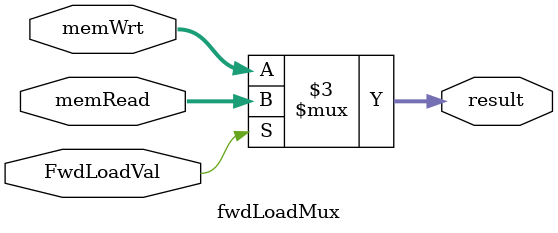
<source format=v>
module fwdLoadMux(
    input [15:0] memWrt,
    input [15:0] memRead,
    input FwdLoadVal,
    output reg [15:0] result
);

always@(*) begin
    if (FwdLoadVal) begin
        result = memRead;
    end
    else begin
        result = memWrt;
    end
end

endmodule

</source>
